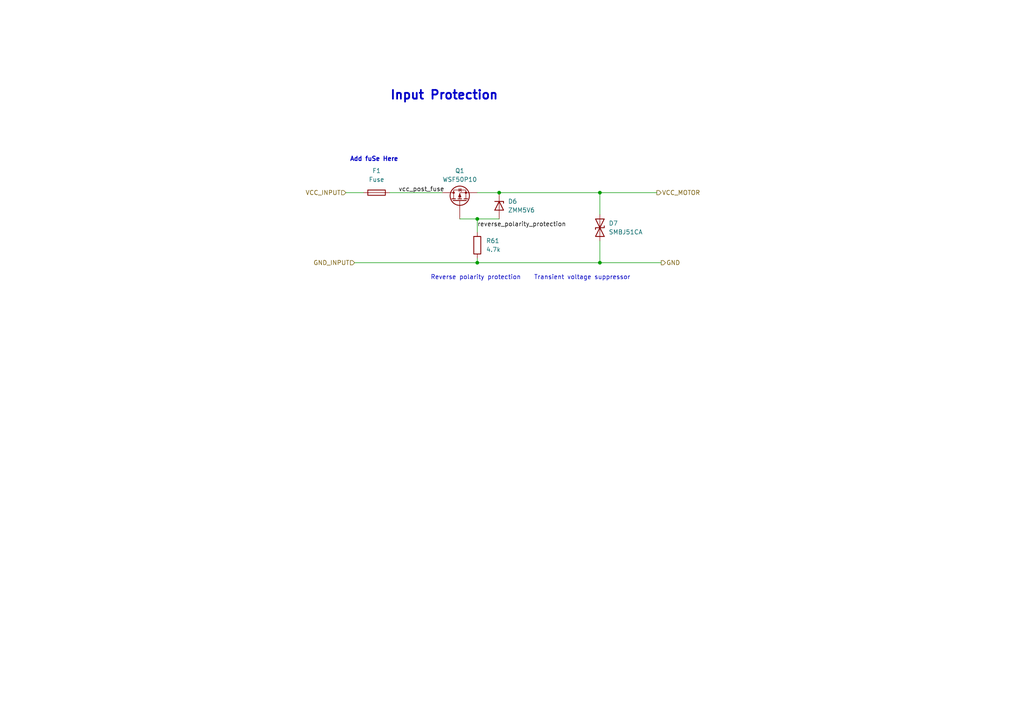
<source format=kicad_sch>
(kicad_sch (version 20211123) (generator eeschema)
  (paper "A4")
  (lib_symbols
    (symbol "Device:D_TVS" (pin_numbers hide) (pin_names (offset 1.016) hide)
      (property "Reference" "D" (at 0 2.54 0))
      (property "Value" "D_TVS" (at 0 -2.54 0))
      (symbol "D_TVS_0_1"
        (polyline (pts (xy 1.27 0) (xy -1.27 0)))
        (polyline (pts (xy 0.508 1.27) (xy 0 1.27) (xy 0 -1.27) (xy -0.508 -1.27)) (stroke (width 0.254)))
        (polyline (pts (xy -2.54 1.27) (xy -2.54 -1.27) (xy 2.54 1.27) (xy 2.54 -1.27) (xy -2.54 1.27)) (stroke (width 0.254)))
      )
      (symbol "D_TVS_1_1"
        (pin passive line (at -3.81 0 0) (length 2.54) (name "A1") (number "1"))
        (pin passive line (at 3.81 0 180) (length 2.54) (name "A2") (number "2"))
      )
    )
    (symbol "Device:Fuse" (pin_numbers hide) (pin_names (offset 0))
      (property "Reference" "F" (at 2.032 0 90))
      (property "Value" "Fuse" (at -1.905 0 90))
      (symbol "Fuse_0_1"
        (rectangle (start -0.762 -2.54) (end 0.762 2.54) (stroke (width 0.254)))
        (polyline (pts (xy 0 2.54) (xy 0 -2.54)))
      )
      (symbol "Fuse_1_1"
        (pin passive line (at 0 3.81 270) (length 1.27) (name "~") (number "1"))
        (pin passive line (at 0 -3.81 90) (length 1.27) (name "~") (number "2"))
      )
    )
    (symbol "Device:R" (pin_numbers hide) (pin_names (offset 0))
      (property "Reference" "R" (at 2.032 0 90))
      (property "Value" "R" (at 0 0 90))
      (symbol "R_0_1"
        (rectangle (start -1.016 -2.54) (end 1.016 2.54) (stroke (width 0.254)))
      )
      (symbol "R_1_1"
        (pin passive line (at 0 3.81 270) (length 1.27) (name "~") (number "1"))
        (pin passive line (at 0 -3.81 90) (length 1.27) (name "~") (number "2"))
      )
    )
    (symbol "Diode:ZMMxx" (pin_numbers hide) (pin_names hide)
      (property "Reference" "D" (at 0 2.54 0))
      (property "Value" "ZMMxx" (at 0 -2.54 0))
      (symbol "ZMMxx_0_1"
        (polyline (pts (xy 1.27 0) (xy -1.27 0)))
        (polyline (pts (xy -1.27 -1.27) (xy -1.27 1.27) (xy -0.762 1.27)) (stroke (width 0.254)))
        (polyline (pts (xy 1.27 -1.27) (xy 1.27 1.27) (xy -1.27 0) (xy 1.27 -1.27)) (stroke (width 0.254)))
      )
      (symbol "ZMMxx_1_1"
        (pin passive line (at -3.81 0 0) (length 2.54) (name "K") (number "1"))
        (pin passive line (at 3.81 0 180) (length 2.54) (name "A") (number "2"))
      )
    )
    (symbol "PersonnalSymbolLibrary:STD35P6LLF6" (pin_numbers hide) (pin_names hide)
      (property "Reference" "Q" (at -2.54 5.08 0))
      (property "Value" "STD35P6LLF6" (at -7.62 2.54 0))
      (symbol "STD35P6LLF6_0_1"
        (polyline (pts (xy 0.254 0) (xy -2.54 0)))
        (polyline (pts (xy 0.254 1.905) (xy 0.254 -1.905)) (stroke (width 0.254)))
        (polyline (pts (xy 0.762 -1.27) (xy 0.762 -2.286)) (stroke (width 0.254)))
        (polyline (pts (xy 0.762 0.508) (xy 0.762 -0.508)) (stroke (width 0.254)))
        (polyline (pts (xy 0.762 2.286) (xy 0.762 1.27)) (stroke (width 0.254)))
        (polyline (pts (xy 2.54 2.54) (xy 2.54 1.778)))
        (polyline (pts (xy 2.54 -2.54) (xy 2.54 0) (xy 0.762 0)))
        (polyline (pts (xy 0.762 1.778) (xy 3.302 1.778) (xy 3.302 -1.778) (xy 0.762 -1.778)))
        (polyline (pts (xy 2.286 0) (xy 1.27 0.381) (xy 1.27 -0.381) (xy 2.286 0)) (fill (type outline)))
        (polyline (pts (xy 2.794 -0.508) (xy 2.921 -0.381) (xy 3.683 -0.381) (xy 3.81 -0.254)))
        (polyline (pts (xy 3.302 -0.381) (xy 2.921 0.254) (xy 3.683 0.254) (xy 3.302 -0.381)))
        (circle (center 1.651 0) (radius 2.794) (stroke (width 0.254)))
        (circle (center 2.54 -1.778) (radius 0.254) (fill (type outline)))
        (circle (center 2.54 1.778) (radius 0.254) (fill (type outline)))
      )
      (symbol "STD35P6LLF6_1_1"
        (pin passive line (at -5.08 0 0) (length 2.54) (name "G") (number "1"))
        (pin passive line (at 2.54 5.08 270) (length 2.54) (name "D") (number "2"))
        (pin passive line (at 2.54 -5.08 90) (length 2.54) (name "D") (number "3"))
      )
    )
  )
  (junction (at 144.78 55.88))
  (junction (at 138.43 63.5))
  (junction (at 138.43 76.2))
  (junction (at 173.99 76.2))
  (junction (at 173.99 55.88))
  (wire (pts (xy 113.03 55.88) (xy 128.27 55.88)))
  (wire (pts (xy 138.43 63.5) (xy 133.35 63.5)))
  (wire (pts (xy 138.43 67.31) (xy 138.43 63.5)))
  (wire (pts (xy 173.99 69.85) (xy 173.99 76.2)))
  (wire (pts (xy 138.43 74.93) (xy 138.43 76.2)))
  (wire (pts (xy 138.43 55.88) (xy 144.78 55.88)))
  (wire (pts (xy 144.78 55.88) (xy 173.99 55.88)))
  (wire (pts (xy 173.99 55.88) (xy 190.5 55.88)))
  (wire (pts (xy 138.43 63.5) (xy 144.78 63.5)))
  (wire (pts (xy 102.87 76.2) (xy 138.43 76.2)))
  (wire (pts (xy 138.43 76.2) (xy 173.99 76.2)))
  (wire (pts (xy 173.99 76.2) (xy 191.77 76.2)))
  (wire (pts (xy 100.33 55.88) (xy 105.41 55.88)))
  (wire (pts (xy 173.99 55.88) (xy 173.99 62.23)))
  (text "Add fuSe Here" (at 115.57 46.99 180) (effects (font (size 1.27 1.27) (thickness 0.254) bold) (justify right bottom)))
  (text "Reverse polarity protection\n" (at 151.13 81.28 180) (effects (font (size 1.27 1.27)) (justify right bottom)))
  (text "Transient voltage suppressor\n" (at 182.88 81.28 180) (effects (font (size 1.27 1.27)) (justify right bottom)))
  (text "Input Protection" (at 113.03 29.21 0) (effects (font (size 2.54 2.54) bold) (justify left bottom)))
  (label "reverse_polarity_protection" (at 138.43 66.04 0))
  (label "vcc_post_fuse" (at 115.57 55.88 0))
  (hierarchical_label "VCC_INPUT" (shape input) (at 100.33 55.88 180))
  (hierarchical_label "VCC_MOTOR" (shape output) (at 190.5 55.88 0))
  (hierarchical_label "GND_INPUT" (shape input) (at 102.87 76.2 180))
  (hierarchical_label "GND" (shape output) (at 191.77 76.2 0))
  (symbol (lib_id "Device:Fuse") (at 109.22 55.88 90) (unit 1)
    (property "Reference" "F1" (at 109.22 49.53 90))
    (property "Value" "Fuse" (at 109.22 52.07 90))
    (property "Footprint" "PersonnalFootprintLibrary:Fuse_Littelfuse_178.6764.0001" (effects hide))
    (property "LCSC" "C142933" (effects hide))
  )
  (symbol (lib_id "PersonnalSymbolLibrary:STD35P6LLF6") (at 133.35 58.42 90) (unit 1)
    (property "Reference" "Q1" (at 133.35 49.53 90))
    (property "Value" "WSF50P10" (at 133.35 52.07 90))
    (property "Footprint" "Package_TO_SOT_SMD:TO-252-2" (effects hide))
    (property "Datasheet" "https://datasheet.lcsc.com/lcsc/1806131012_STMicroelectronics-STD35P6LLF6_C165929.pdf" (effects hide))
    (property "LCSC" "C2758447" (effects hide))
  )
  (symbol (lib_id "Device:R") (at 138.43 71.12 0) (unit 1)
    (property "Reference" "R61" (at 140.97 69.8499 0) (effects (justify left)))
    (property "Value" "4.7k" (at 140.97 72.3899 0) (effects (justify left)))
    (property "Footprint" "Resistor_SMD:R_0805_2012Metric" (effects hide))
    (property "LCSC" "C17673" (effects hide))
  )
  (symbol (lib_id "Device:D_TVS") (at 173.99 66.04 270) (mirror x) (unit 1)
    (property "Reference" "D7" (at 176.53 64.7699 90) (effects (justify left)))
    (property "Value" "SMBJ51CA" (at 176.53 67.3099 90) (effects (justify left)))
    (property "Footprint" "Diode_SMD:D_SMB" (effects hide))
    (property "LCSC" "C151265" (effects hide))
  )
  (symbol (lib_id "Diode:ZMMxx") (at 144.78 59.69 270) (unit 1)
    (property "Reference" "D6" (at 147.32 58.4199 90) (effects (justify left)))
    (property "Value" "ZMM5V6" (at 147.32 60.9599 90) (effects (justify left)))
    (property "Footprint" "Diode_SMD:D_MiniMELF" (effects hide))
    (property "Datasheet" "https://diotec.com/tl_files/diotec/files/pdf/datasheets/zmm1.pdf" (effects hide))
    (property "LCSC" "C8062" (effects hide))
  )
)
</source>
